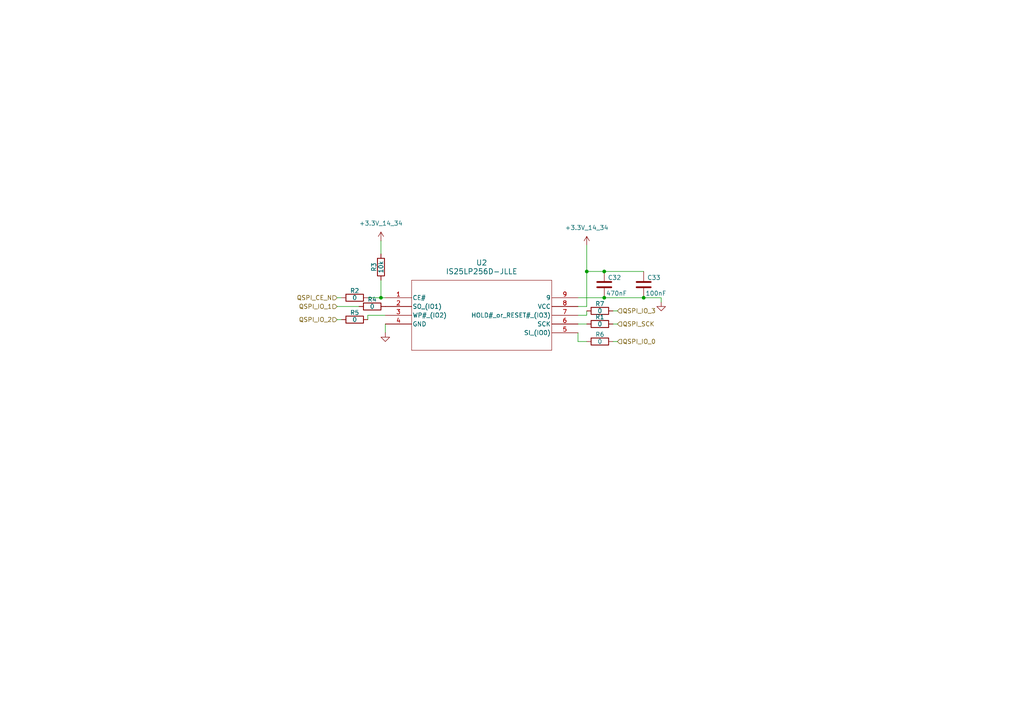
<source format=kicad_sch>
(kicad_sch (version 20250114) (generator "eeschema") (generator_version "9.0")
  (paper "A4")
  (lib_symbols
    (symbol "0_lib:IS25LP256D-JLLE" (pin_names (offset 0.254))
      (property "Reference" "U2" (at 53.34 10.16 0))
      (property "Value" "IS25LP256D-JLLE" (at 53.34 7.62 0))
      (symbol "IS25LP256D-JLLE_0_1"
        (polyline (pts (xy 33.02 5.08) (xy 33.02 -15.24)) (stroke (width 0.127)))
        (polyline (pts (xy 33.02 -15.24) (xy 73.66 -15.24)) (stroke (width 0.127)))
        (polyline (pts (xy 73.66 5.08) (xy 33.02 5.08)) (stroke (width 0.127)))
        (polyline (pts (xy 73.66 -15.24) (xy 73.66 5.08)) (stroke (width 0.127)))
        (pin unspecified line (at 25.4 0 0) (length 7.62) (name "CE#") (number "1"))
        (pin unspecified line (at 25.4 -2.54 0) (length 7.62) (name "SO_(IO1)") (number "2"))
        (pin power_out line (at 25.4 -7.62 0) (length 7.62) (name "GND") (number "4"))
        (pin unspecified line (at 81.28 0 180) (length 7.62) (name "9") (number "9"))
        (pin power_in line (at 81.28 -2.54 180) (length 7.62) (name "VCC") (number "8"))
        (pin unspecified line (at 81.28 -5.08 180) (length 7.62) (name "HOLD#_or_RESET#_(IO3)") (number "7"))
        (pin unspecified line (at 81.28 -7.62 180) (length 7.62) (name "SCK") (number "6"))
        (pin unspecified line (at 81.28 -10.16 180) (length 7.62) (name "SI_(IO0)") (number "5"))
      )
      (symbol "IS25LP256D-JLLE_1_1"
        (pin unspecified line (at 25.4 -5.08 0) (length 7.62) (name "WP#_(IO2)") (number "3"))
      )
    )
    (symbol "Device:C" (pin_numbers (hide yes)) (pin_names (offset 0.254))
      (property "Reference" "C" (at 0.635 2.54 0))
      (property "Value" "C" (at 0.635 -2.54 0))
      (symbol "C_0_1"
        (polyline (pts (xy -2.032 0.762) (xy 2.032 0.762)) (stroke (width 0.508)))
        (polyline (pts (xy -2.032 -0.762) (xy 2.032 -0.762)) (stroke (width 0.508)))
      )
      (symbol "C_1_1"
        (pin passive line (at 0 3.81 270) (length 2.794) (name "~") (number "1"))
        (pin passive line (at 0 -3.81 90) (length 2.794) (name "~") (number "2"))
      )
    )
    (symbol "Device:R" (pin_numbers (hide yes)) (pin_names (offset 0))
      (property "Reference" "R" (at 2.032 0 90))
      (property "Value" "R" (at 0 0 90))
      (symbol "R_0_1"
        (rectangle (start -1.016 -2.54) (end 1.016 2.54) (stroke (width 0.254)))
      )
      (symbol "R_1_1"
        (pin passive line (at 0 3.81 270) (length 1.27) (name "~") (number "1"))
        (pin passive line (at 0 -3.81 90) (length 1.27) (name "~") (number "2"))
      )
    )
    (symbol "power:+3.3V" (power) (pin_numbers (hide yes)) (pin_names (offset 0) (hide yes))
      (property "Value" "+3.3V" (at 0 3.556 0))
      (symbol "+3.3V_0_1"
        (polyline (pts (xy -0.762 1.27) (xy 0 2.54)))
        (polyline (pts (xy 0 2.54) (xy 0.762 1.27)))
        (polyline (pts (xy 0 0) (xy 0 2.54)))
      )
      (symbol "+3.3V_1_1"
        (pin power_in line (at 0 0 90) (length 0) (name "~") (number "1"))
      )
    )
    (symbol "power:GND" (power) (pin_numbers (hide yes)) (pin_names (offset 0) (hide yes))
      (property "Value" "GND" (at 0 -3.81 0))
      (symbol "GND_0_1"
        (polyline (pts (xy 0 0) (xy 0 -1.27) (xy 1.27 -1.27) (xy 0 -2.54) (xy -1.27 -1.27) (xy 0 -1.27)))
      )
      (symbol "GND_1_1"
        (pin power_in line (at 0 0 270) (length 0) (name "~") (number "1"))
      )
    )
  )
  (junction (at 186.69 86.36))
  (junction (at 110.49 86.36))
  (junction (at 170.18 78.74))
  (junction (at 175.26 78.74))
  (junction (at 175.26 86.36))
  (wire (pts (xy 177.8 99.06) (xy 179.07 99.06)))
  (wire (pts (xy 170.18 90.17) (xy 170.18 91.44)))
  (wire (pts (xy 170.18 71.12) (xy 170.18 78.74)))
  (wire (pts (xy 175.26 86.36) (xy 186.69 86.36)))
  (wire (pts (xy 167.64 91.44) (xy 170.18 91.44)))
  (wire (pts (xy 110.49 69.85) (xy 110.49 73.66)))
  (wire (pts (xy 170.18 99.06) (xy 167.64 99.06)))
  (wire (pts (xy 170.18 78.74) (xy 175.26 78.74)))
  (wire (pts (xy 167.64 93.98) (xy 170.18 93.98)))
  (wire (pts (xy 110.49 81.28) (xy 110.49 86.36)))
  (wire (pts (xy 99.06 86.36) (xy 97.79 86.36)))
  (wire (pts (xy 175.26 86.36) (xy 167.64 86.36)))
  (wire (pts (xy 110.49 86.36) (xy 111.76 86.36)))
  (wire (pts (xy 106.68 91.44) (xy 106.68 92.71)))
  (wire (pts (xy 170.18 78.74) (xy 170.18 88.9)))
  (wire (pts (xy 111.76 93.98) (xy 111.76 96.52)))
  (wire (pts (xy 177.8 93.98) (xy 179.07 93.98)))
  (wire (pts (xy 177.8 90.17) (xy 179.07 90.17)))
  (wire (pts (xy 167.64 96.52) (xy 167.64 99.06)))
  (wire (pts (xy 99.06 92.71) (xy 97.79 92.71)))
  (wire (pts (xy 106.68 86.36) (xy 110.49 86.36)))
  (wire (pts (xy 191.77 86.36) (xy 186.69 86.36)))
  (wire (pts (xy 104.14 88.9) (xy 97.79 88.9)))
  (wire (pts (xy 170.18 88.9) (xy 167.64 88.9)))
  (wire (pts (xy 191.77 87.63) (xy 191.77 86.36)))
  (wire (pts (xy 175.26 78.74) (xy 186.69 78.74)))
  (wire (pts (xy 111.76 91.44) (xy 106.68 91.44)))
  (hierarchical_label "QSPI_IO_2" (shape input) (at 97.79 92.71 180))
  (hierarchical_label "QSPI_SCK" (shape input) (at 179.07 93.98 0))
  (hierarchical_label "QSPI_IO_3" (shape input) (at 179.07 90.17 0))
  (hierarchical_label "QSPI_IO_1" (shape input) (at 97.79 88.9 180))
  (hierarchical_label "QSPI_IO_0" (shape input) (at 179.07 99.06 0))
  (hierarchical_label "QSPI_CE_N" (shape input) (at 97.79 86.36 180))
  (symbol (lib_id "power:+3.3V") (at 110.49 69.85 0) (unit 1)
    (property "Reference" "#PWR016" (effects (hide yes)))
    (property "Value" "+3.3V_14_34" (at 110.49 64.77 0))
    (property "Description" "Power symbol creates a global label with name \"+3.3V\"" (effects (hide yes)))
  )
  (symbol (lib_id "Device:R") (at 110.49 77.47 0) (mirror y) (unit 1)
    (property "Reference" "R3" (at 108.458 77.47 90))
    (property "Value" "10k" (at 110.49 77.47 90))
    (property "Footprint" "Resistor_SMD:R_0402_1005Metric" (effects (hide yes)))
    (property "Description" "Resistor" (effects (hide yes)))
  )
  (symbol (lib_id "Device:R") (at 173.99 93.98 90) (unit 1)
    (property "Reference" "R1" (at 173.99 91.948 90))
    (property "Value" "0" (at 173.99 93.98 90))
    (property "Footprint" "Resistor_SMD:R_0402_1005Metric" (effects (hide yes)))
    (property "Description" "Resistor" (effects (hide yes)))
  )
  (symbol (lib_id "power:GND") (at 111.76 96.52 0) (unit 1)
    (property "Reference" "#PWR014" (effects (hide yes)))
    (property "Value" "GND" (effects (hide yes)))
    (property "Description" "Power symbol creates a global label with name \"GND\" , ground" (effects (hide yes)))
  )
  (symbol (lib_id "Device:R") (at 173.99 90.17 90) (unit 1)
    (property "Reference" "R7" (at 173.99 88.138 90))
    (property "Value" "0" (at 173.99 90.17 90))
    (property "Footprint" "Resistor_SMD:R_0402_1005Metric" (effects (hide yes)))
    (property "Description" "Resistor" (effects (hide yes)))
  )
  (symbol (lib_id "Device:C") (at 186.69 82.55 0) (unit 1)
    (property "Reference" "C33" (at 187.706 80.518 0) (effects (justify left)))
    (property "Value" "100nF" (at 187.198 85.09 0) (effects (justify left)))
    (property "Footprint" "Capacitor_SMD:C_0402_1005Metric" (effects (hide yes)))
    (property "Description" "Unpolarized capacitor" (effects (hide yes)))
  )
  (symbol (lib_id "Device:R") (at 107.95 88.9 270) (mirror x) (unit 1)
    (property "Reference" "R4" (at 107.95 86.868 90))
    (property "Value" "0" (at 107.95 88.9 90))
    (property "Footprint" "Resistor_SMD:R_0402_1005Metric" (effects (hide yes)))
    (property "Description" "Resistor" (effects (hide yes)))
  )
  (symbol (lib_id "Device:C") (at 175.26 82.55 0) (unit 1)
    (property "Reference" "C32" (at 176.276 80.518 0) (effects (justify left)))
    (property "Value" "470nF" (at 175.768 85.09 0) (effects (justify left)))
    (property "Footprint" "Capacitor_SMD:C_0402_1005Metric" (effects (hide yes)))
    (property "Description" "Unpolarized capacitor" (effects (hide yes)))
  )
  (symbol (lib_id "power:+3.3V") (at 170.18 71.12 0) (unit 1)
    (property "Reference" "#PWR013" (effects (hide yes)))
    (property "Value" "+3.3V_14_34" (at 170.18 66.04 0))
    (property "Description" "Power symbol creates a global label with name \"+3.3V\"" (effects (hide yes)))
  )
  (symbol (lib_id "Device:R") (at 102.87 86.36 270) (mirror x) (unit 1)
    (property "Reference" "R2" (at 102.87 84.328 90))
    (property "Value" "0" (at 102.87 86.36 90))
    (property "Footprint" "Resistor_SMD:R_0402_1005Metric" (effects (hide yes)))
    (property "Description" "Resistor" (effects (hide yes)))
  )
  (symbol (lib_id "Device:R") (at 173.99 99.06 90) (unit 1)
    (property "Reference" "R6" (at 173.99 97.028 90))
    (property "Value" "0" (at 173.99 99.06 90))
    (property "Footprint" "Resistor_SMD:R_0402_1005Metric" (effects (hide yes)))
    (property "Description" "Resistor" (effects (hide yes)))
  )
  (symbol (lib_id "power:GND") (at 191.77 87.63 0) (unit 1)
    (property "Reference" "#PWR015" (effects (hide yes)))
    (property "Value" "GND" (effects (hide yes)))
    (property "Description" "Power symbol creates a global label with name \"GND\" , ground" (effects (hide yes)))
  )
  (symbol (lib_id "Device:R") (at 102.87 92.71 270) (mirror x) (unit 1)
    (property "Reference" "R5" (at 102.87 90.678 90))
    (property "Value" "0" (at 102.87 92.71 90))
    (property "Footprint" "Resistor_SMD:R_0402_1005Metric" (effects (hide yes)))
    (property "Description" "Resistor" (effects (hide yes)))
  )
  (symbol (lib_id "0_lib:IS25LP256D-JLLE") (at 86.36 86.36 0) (unit 1)
    (property "Reference" "U2" (at 139.7 76.2 0) (effects (font (size 1.524 1.524))))
    (property "Value" "IS25LP256D-JLLE" (at 139.7 78.74 0) (effects (font (size 1.524 1.524))))
    (property "Footprint" "0_lib:WSON_6D-JLLE_ISI" (effects (hide yes)))
    (property "Datasheet" "IS25LP256D-JLLE" (effects (hide yes)))
  )
)
</source>
